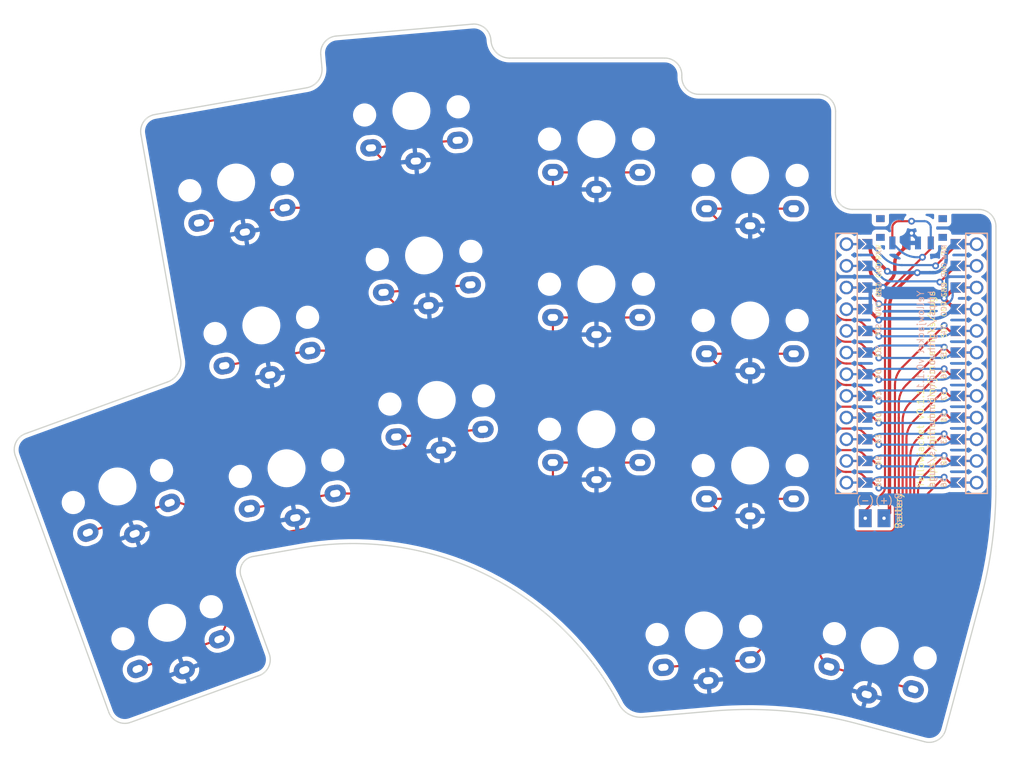
<source format=kicad_pcb>
(kicad_pcb (version 20210925) (generator pcbnew)
  (title_block (title "Yellowjacket") (date "2021-10-28") (rev "0.1.1") (company "jmnw"))
  (layers (0 "F.Cu" signal) (31 "B.Cu" signal) (34 "B.Paste" user) (35 "F.Paste" user) (36 "B.SilkS" user "B.Silkscreen") (37 "F.SilkS" user "F.Silkscreen") (38 "B.Mask" user) (39 "F.Mask" user) (44 "Edge.Cuts" user))
  (net 0 "")
  (net 1 "unconnected-(PSW1-Pad3)")
  (net 2 "switch1")
  (net 3 "switch2")
  (net 4 "switch3")
  (net 5 "switch4")
  (net 6 "switch5")
  (net 7 "switch6")
  (net 8 "switch7")
  (net 9 "switch8")
  (net 10 "switch9")
  (net 11 "switch10")
  (net 12 "switch11")
  (net 13 "switch12")
  (net 14 "switch13")
  (net 15 "switch14")
  (net 16 "switch15")
  (net 17 "unconnected-(U1-Pad22)")
  (net 18 "unconnected-(U1-Pad2)")
  (net 19 "unconnected-(U1-Pad1)")
  (net 20 "GND")
  (net 21 "VCC")
  (net 22 "Net-(BT1-Pad2)")
  (net 23 "raw")
  (net 24 "switch16")
  (footprint "bugs:Choc_reversible" (layer "F.Cu") (at 69.140757 53.617908 10)
    (fp_text reference "SW1" hide)
    (fp_text value "SW_PUSH" hide)
  )
  (footprint "bugs:Choc_reversible" (layer "F.Cu") (at 89.665856 45.226904 5)
    (fp_text reference "SW2" hide)
    (fp_text value "SW_PUSH" hide)
  )
  (footprint "bugs:Choc_reversible" (layer "F.Cu") (at 111.336195 48.530934)
    (fp_text reference "SW3" hide)
    (fp_text value "SW_PUSH" hide)
  )
  (footprint "bugs:Choc_reversible" (layer "F.Cu") (at 129.336202 52.780934)
    (fp_text reference "SW4" hide)
    (fp_text value "SW_PUSH" hide)
  )
  (footprint "bugs:Choc_reversible" (layer "F.Cu") (at 72.092776 70.359647 10)
    (fp_text reference "SW6" hide)
    (fp_text value "SW_PUSH" hide)
  )
  (footprint "bugs:Choc_reversible" (layer "F.Cu") (at 91.147505 62.162212 5)
    (fp_text reference "SW7" hide)
    (fp_text value "SW_PUSH" hide)
  )
  (footprint "bugs:Choc_reversible" (layer "F.Cu") (at 111.336208 65.530931)
    (fp_text reference "SW8" hide)
    (fp_text value "SW_PUSH" hide)
  )
  (footprint "bugs:Choc_reversible" (layer "F.Cu") (at 129.336199 69.780935)
    (fp_text reference "SW9" hide)
    (fp_text value "SW_PUSH" hide)
  )
  (footprint "bugs:Choc_reversible" (layer "F.Cu") (at 75.044799 87.101379 10)
    (fp_text reference "SW11" hide)
    (fp_text value "SW_PUSH" hide)
  )
  (footprint "bugs:Choc_reversible" (layer "F.Cu") (at 92.629142 79.097534 5)
    (fp_text reference "SW12" hide)
    (fp_text value "SW_PUSH" hide)
  )
  (footprint "bugs:Choc_reversible" (layer "F.Cu") (at 111.336204 82.530931)
    (fp_text reference "SW13" hide)
    (fp_text value "SW_PUSH" hide)
  )
  (footprint "bugs:Choc_reversible" (layer "F.Cu") (at 123.914429 106.102066 5)
    (fp_text reference "SW15" hide)
    (fp_text value "SW_PUSH" hide)
  )
  (footprint "bugs:Choc_reversible" (layer "F.Cu") (at 144.514159 107.904465 -15)
    (fp_text reference "SW16" hide)
    (fp_text value "SW_PUSH" hide)
  )
  (footprint "bugs:ProMicro_jumpers" (layer "F.Cu") (at 148.226199 74.810934)
    (fp_text reference "U1" hide)
    (fp_text value "ProMicro")
  )
  (footprint "bugs:Choc_reversible" (layer "F.Cu") (at 61.054614 105.207873 20)
    (fp_text reference "SW10" hide)
    (fp_text value "SW_PUSH" hide)
  )
  (footprint "bugs:Choc_reversible" (layer "F.Cu") (at 55.24027 89.233106 20)
    (fp_text reference "SW5" hide)
    (fp_text value "SW_PUSH" hide)
  )
  (footprint "bugs:Battery_pads_reversible" (layer "F.Cu") (at 143.911364 92.955777 180)
    (fp_text reference "BT1" hide)
    (fp_text value "Battery_Cell")
  )
  (footprint "bugs:Choc_reversible" (layer "F.Cu") (at 129.336204 86.780937)
    (fp_text reference "SW14" hide)
    (fp_text value "SW_PUSH" hide)
  )
  (footprint "bugs:Power_reversible" (layer "F.Cu") (at 148.23468 58.947747 180)
    (fp_text reference "PSW1" hide)
    (fp_text value "SW_SPDT")
  )
  (footprint "kbd:thread_m2" (layer "B.Cu") (at 71.371456 83.4963 -170)
    (fp_text reference "Ref**" hide)
    (fp_text value "Val**" hide)
  )
  (footprint "kbd:thread_m2" (layer "B.Cu") (at 68.417693 66.744712 -170)
    (fp_text reference "Ref**" hide)
    (fp_text value "Val**" hide)
  )
  (footprint "kbd:thread_m2" (layer "B.Cu") (at 126.344678 56.84275 180)
    (fp_text reference "Ref**" hide)
    (fp_text value "Val**" hide)
  )
  (gr_line (start 44.473102 83.04236) (end 61.10271 76.989758) (layer "Edge.Cuts") (width 0.15))
  (gr_line (start 71.085652 97.445928) (end 76.694628 96.456913) (layer "Edge.Cuts") (width 0.15))
  (gr_arc (start 81.04199 38.442534) (end 80.867682 36.450134) (angle -90) (layer "Edge.Cuts") (width 0.15))
  (gr_arc (start 108.194786 89.237753) (end 156.633187 101.31653) (angle -14.00185829) (layer "Edge.Cuts") (width 0.15))
  (gr_arc (start 156.116609 58.770532) (end 158.116608 58.770533) (angle -90) (layer "Edge.Cuts") (width 0.15))
  (gr_line (start 121.336222 41.031378) (end 121.336612 41.280525) (layer "Edge.Cuts") (width 0.15))
  (gr_line (start 142.05562 117.080324) (end 149.783018 119.150874) (layer "Edge.Cuts") (width 0.15))
  (gr_line (start 98.973495 36.873723) (end 98.987966 37.039096) (layer "Edge.Cuts") (width 0.15))
  (gr_arc (start 71.393437 99.191447) (end 71.085652 97.445928) (angle -100.0004913) (layer "Edge.Cuts") (width 0.15))
  (gr_arc (start 59.959623 47.620672) (end 59.612325 45.651059) (angle -90) (layer "Edge.Cuts") (width 0.15))
  (gr_arc (start 77.015989 40.366033) (end 77.394996 42.515487) (angle -84.99985992) (layer "Edge.Cuts") (width 0.15))
  (gr_line (start 141.310734 56.770523) (end 156.116608 56.770532) (layer "Edge.Cuts") (width 0.15))
  (gr_line (start 73.01713 108.835491) (end 69.727886 99.797674) (layer "Edge.Cuts") (width 0.15))
  (gr_arc (start 129.211703 164.348897) (end 124.742885 115.570686) (angle 20.43604538) (layer "Edge.Cuts") (width 0.15))
  (gr_arc (start 45.157133 84.921758) (end 44.473102 83.04236) (angle -90) (layer "Edge.Cuts") (width 0.15))
  (gr_line (start 123.336621 43.280528) (end 137.336399 43.280748) (layer "Edge.Cuts") (width 0.15))
  (gr_arc (start 150.300657 117.219022) (end 149.783018 119.150874) (angle -90) (layer "Edge.Cuts") (width 0.15))
  (gr_line (start 152.232511 117.736659) (end 156.633187 101.31653) (layer "Edge.Cuts") (width 0.15))
  (gr_arc (start 137.336395 45.280746) (end 139.336399 45.280745) (angle -90) (layer "Edge.Cuts") (width 0.15))
  (gr_line (start 71.821798 111.39893) (end 56.786439 116.871352) (layer "Edge.Cuts") (width 0.15))
  (gr_line (start 158.116608 58.770533) (end 158.116478 89.237807) (layer "Edge.Cuts") (width 0.15))
  (gr_arc (start 123.336613 41.28053) (end 121.336612 41.280525) (angle -90) (layer "Edge.Cuts") (width 0.15))
  (gr_line (start 101.162274 39.031481) (end 119.336227 39.031377) (layer "Edge.Cuts") (width 0.15))
  (gr_arc (start 116.521681 113.392548) (end 113.9 114.6) (angle -70.27275288) (layer "Edge.Cuts") (width 0.15))
  (gr_arc (start 71.137745 109.519542) (end 73.01713 108.835491) (angle 90) (layer "Edge.Cuts") (width 0.15))
  (gr_arc (start 101.162269 36.848865) (end 98.987966 37.039096) (angle -85.00013873) (layer "Edge.Cuts") (width 0.15))
  (gr_line (start 62.634798 74.336105) (end 57.990004 47.967966) (layer "Edge.Cuts") (width 0.15))
  (gr_arc (start 60.287504 74.749999) (end 61.10271 76.989758) (angle -79.99998711) (layer "Edge.Cuts") (width 0.15))
  (gr_arc (start 96.981102 37.048034) (end 98.973495 36.873723) (angle -90) (layer "Edge.Cuts") (width 0.15))
  (gr_line (start 43.27775 85.605795) (end 54.223001 115.67602) (layer "Edge.Cuts") (width 0.15))
  (gr_line (start 116.773337 116.26793) (end 124.742885 115.570686) (layer "Edge.Cuts") (width 0.15))
  (gr_arc (start 82.809479 131.136804) (end 113.9 114.6) (angle -71.99160254) (layer "Edge.Cuts") (width 0.15))
  (gr_line (start 79.049606 38.616839) (end 79.1903 40.175807) (layer "Edge.Cuts") (width 0.15))
  (gr_line (start 80.867682 36.450134) (end 96.806798 35.055648) (layer "Edge.Cuts") (width 0.15))
  (gr_arc (start 56.102386 114.991967) (end 56.786439 116.871352) (angle 90) (layer "Edge.Cuts") (width 0.15))
  (gr_line (start 59.612325 45.651059) (end 77.394996 42.515487) (layer "Edge.Cuts") (width 0.15))
  (gr_arc (start 119.336225 41.031377) (end 121.336222 41.031378) (angle -90) (layer "Edge.Cuts") (width 0.15))
  (gr_line (start 139.336399 45.280745) (end 139.310739 54.770533) (layer "Edge.Cuts") (width 0.15))
  (gr_arc (start 141.310739 54.770531) (end 139.310739 54.770533) (angle -90) (layer "Edge.Cuts") (width 0.15))
  (gr_text "Yellowjacket v0.1.1\nhttps://github.com/jimmerricks/bugs" (at 149.94 66.220003 90) (layer "B.SilkS") (effects (font (size 0.8 0.8) (thickness 0.1)) (justify left mirror)))
  (gr_text "Yellowjacket v0.1.1\nhttps://github.com/jimmerricks/bugs" (at 149.94 89.44 90) (layer "F.SilkS") (effects (font (size 0.8 0.8) (thickness 0.1)) (justify left)))
  (segment (start 145.984682 58.890986) (end 145.984681 60.697748) (width 0.25) (layer "F.Cu") (net 1))
  (segment (start 148.234681 58.147745) (end 146.727923 58.147746) (width 0.25) (layer "F.Cu") (net 1))
  (segment (start 146.261235 58.341055) (end 146.177993 58.424293) (width 0.25) (layer "F.Cu") (net 1))
  (via (at 148.234681 58.147745) (size 0.8) (drill 0.4) (layers "F.Cu" "B.Cu") (net 1))
  (arc (start 146.261235 58.341055) (mid 146.475353 58.197985) (end 146.727923 58.147746) (width 0.25) (layer "F.Cu") (net 1))
  (arc (start 146.177993 58.424293) (mid 146.034922 58.638414) (end 145.984682 58.890986) (width 0.25) (layer "F.Cu") (net 1))
  (segment (start 150.220968 58.341057) (end 150.291374 58.411464) (width 0.25) (layer "B.Cu") (net 1))
  (segment (start 150.484681 58.87815) (end 150.484686 60.697745) (width 0.25) (layer "B.Cu") (net 1))
  (segment (start 148.234681 58.147745) (end 149.754276 58.147743) (width 0.25) (layer "B.Cu") (net 1))
  (arc (start 150.291374 58.411464) (mid 150.434442 58.625582) (end 150.484681 58.87815) (width 0.25) (layer "B.Cu") (net 1))
  (arc (start 150.220968 58.341057) (mid 150.006848 58.197985) (end 149.754276 58.147743) (width 0.25) (layer "B.Cu") (net 1))
  (segment (start 136.641364 73.374459) (end 136.641365 68.904253) (width 0.25) (layer "F.Cu") (net 2))
  (segment (start 143.765205 78.620932) (end 143.400202 78.620935) (width 0.25) (layer "F.Cu") (net 2))
  (segment (start 101.992843 56.573054) (end 74.840504 56.573053) (width 0.25) (layer "F.Cu") (net 2))
  (segment (start 139.552027 76.906441) (end 137.080705 74.43512) (width 0.25) (layer "F.Cu") (net 2))
  (segment (start 141.503725 77.34578) (end 140.612687 77.345779) (width 0.25) (layer "F.Cu") (net 2))
  (segment (start 144.400202 79.255933) (end 143.765205 78.620932) (width 0.25) (layer "F.Cu") (net 2))
  (segment (start 136.202025 67.843593) (end 131.818307 63.459877) (width 0.25) (layer "F.Cu") (net 2))
  (segment (start 108.364945 61.702516) (end 104.114164 57.451734) (width 0.25) (layer "F.Cu") (net 2))
  (segment (start 129.696987 62.581198) (end 110.486266 62.581196) (width 0.25) (layer "F.Cu") (net 2))
  (segment (start 143.400202 78.620935) (end 142.564383 77.785118) (width 0.25) (layer "F.Cu") (net 2))
  (segment (start 64.795471 58.344265) (end 74.840509 56.573052) (width 0.25) (layer "F.Cu") (net 2))
  (via (at 144.400202 79.255933) (size 0.8) (drill 0.4) (layers "F.Cu" "B.Cu") (net 2))
  (arc (start 136.641365 68.904253) (mid 136.527183 68.330228) (end 136.202025 67.843593) (width 0.25) (layer "F.Cu") (net 2))
  (arc (start 139.552027 76.906441) (mid 140.038661 77.231598) (end 140.612687 77.345779) (width 0.25) (layer "F.Cu") (net 2))
  (arc (start 137.080705 74.43512) (mid 136.755545 73.948485) (end 136.641364 73.374459) (width 0.25) (layer "F.Cu") (net 2))
  (arc (start 101.992843 56.573054) (mid 103.140894 56.801416) (end 104.114164 57.451734) (width 0.25) (layer "F.Cu") (net 2))
  (arc (start 141.503725 77.34578) (mid 142.077749 77.45996) (end 142.564383 77.785118) (width 0.25) (layer "F.Cu") (net 2))
  (arc (start 108.364945 61.702516) (mid 109.338215 62.352835) (end 110.486266 62.581196) (width 0.25) (layer "F.Cu") (net 2))
  (arc (start 129.696987 62.581198) (mid 130.845037 62.809559) (end 131.818307 63.459877) (width 0.25) (layer "F.Cu") (net 2))
  (segment (start 144.400202 79.255933) (end 151.795877 79.255934) (width 0.25) (layer "B.Cu") (net 2))
  (segment (start 152.856543 78.816588) (end 153.052199 78.62093) (width 0.25) (layer "B.Cu") (net 2))
  (arc (start 151.795877 79.255934) (mid 152.369905 79.141752) (end 152.856543 78.816588) (width 0.25) (layer "B.Cu") (net 2))
  (segment (start 108.551145 61.252998) (end 104.300362 57.002214) (width 0.25) (layer "F.Cu") (net 3))
  (segment (start 90.613462 55.244854) (end 84.92517 49.556559) (width 0.25) (layer "F.Cu") (net 3))
  (segment (start 129.883187 62.131678) (end 110.672466 62.131678) (width 0.25) (layer "F.Cu") (net 3))
  (segment (start 143.4002 76.080934) (end 142.584384 75.265119) (width 0.25) (layer "F.Cu") (net 3))
  (segment (start 143.400201 76.08093) (end 143.765203 76.080933) (width 0.25) (layer "F.Cu") (net 3))
  (segment (start 137.090886 71.283979) (end 137.090886 68.718055) (width 0.25) (layer "F.Cu") (net 3))
  (segment (start 102.179041 56.123534) (end 92.734783 56.123534) (width 0.25) (layer "F.Cu") (net 3))
  (segment (start 143.765203 76.080933) (end 144.4002 76.715932) (width 0.25) (layer "F.Cu") (net 3))
  (segment (start 136.651546 67.657395) (end 132.004507 63.010357) (width 0.25) (layer "F.Cu") (net 3))
  (segment (start 84.925173 49.556559) (end 95.086359 48.667568) (width 0.25) (layer "F.Cu") (net 3))
  (segment (start 141.523724 74.82578) (end 140.632685 74.82578) (width 0.25) (layer "F.Cu") (net 3))
  (segment (start 139.572024 74.38644) (end 137.530225 72.344639) (width 0.25) (layer "F.Cu") (net 3))
  (via (at 144.4002 76.715932) (size 0.8) (drill 0.4) (layers "F.Cu" "B.Cu") (net 3))
  (arc (start 136.651546 67.657395) (mid 136.976705 68.14403) (end 137.090886 68.718055) (width 0.25) (layer "F.Cu") (net 3))
  (arc (start 90.613462 55.244854) (mid 91.586732 55.895173) (end 92.734783 56.123534) (width 0.25) (layer "F.Cu") (net 3))
  (arc (start 137.090886 71.283979) (mid 137.205067 71.858004) (end 137.530225 72.344639) (width 0.25) (layer "F.Cu") (net 3))
  (arc (start 142.584384 75.265119) (mid 142.097749 74.93996) (end 141.523724 74.82578) (width 0.25) (layer "F.Cu") (net 3))
  (arc (start 104.300362 57.002214) (mid 103.327093 56.351895) (end 102.179041 56.123534) (width 0.25) (layer "F.Cu") (net 3))
  (arc (start 129.883187 62.131678) (mid 131.031237 62.360039) (end 132.004507 63.010357) (width 0.25) (layer "F.Cu") (net 3))
  (arc (start 110.672466 62.131678) (mid 109.524415 61.903316) (end 108.551145 61.252998) (width 0.25) (layer "F.Cu") (net 3))
  (arc (start 140.632685 74.82578) (mid 140.058659 74.711599) (end 139.572024 74.38644) (width 0.25) (layer "F.Cu") (net 3))
  (segment (start 144.4002 76.715932) (end 151.795878 76.715934) (width 0.25) (layer "B.Cu") (net 3))
  (segment (start 152.856538 76.276595) (end 153.052199 76.080934) (width 0.25) (layer "B.Cu") (net 3))
  (arc (start 151.795878 76.715934) (mid 152.369903 76.601754) (end 152.856538 76.276595) (width 0.25) (layer "B.Cu") (net 3))
  (segment (start 143.765202 73.540933) (end 144.4002 74.175933) (width 0.25) (layer "F.Cu") (net 4))
  (segment (start 106.236196 52.430931) (end 116.436194 52.430927) (width 0.25) (layer "F.Cu") (net 4))
  (segment (start 137.540406 69.233496) (end 137.540407 68.531858) (width 0.25) (layer "F.Cu") (net 4))
  (segment (start 139.522025 71.836439) (end 137.979745 70.294157) (width 0.25) (layer "F.Cu") (net 4))
  (segment (start 106.236193 52.43093) (end 106.236194 57.05969) (width 0.25) (layer "F.Cu") (net 4))
  (segment (start 110.858664 61.682155) (end 110.858662 61.682157) (width 0.25) (layer "F.Cu") (net 4))
  (segment (start 130.069386 61.682155) (end 110.858664 61.682155) (width 0.25) (layer "F.Cu") (net 4))
  (segment (start 143.400199 73.540934) (end 142.574381 72.715116) (width 0.25) (layer "F.Cu") (net 4))
  (segment (start 137.101066 67.471197) (end 132.190707 62.560835) (width 0.25) (layer "F.Cu") (net 4))
  (segment (start 107.114874 59.18101) (end 108.737342 60.803478) (width 0.25) (layer "F.Cu") (net 4))
  (segment (start 141.513719 72.275777) (end 140.582688 72.275778) (width 0.25) (layer "F.Cu") (net 4))
  (segment (start 143.400201 73.540936) (end 143.765202 73.540933) (width 0.25) (layer "F.Cu") (net 4))
  (via (at 144.4002 74.175933) (size 0.8) (drill 0.4) (layers "F.Cu" "B.Cu") (net 4))
  (arc (start 137.540407 68.531858) (mid 137.426227 67.957833) (end 137.101066 67.471197) (width 0.25) (layer "F.Cu") (net 4))
  (arc (start 130.069386 61.682155) (mid 131.217437 61.910517) (end 132.190707 62.560835) (width 0.25) (layer "F.Cu") (net 4))
  (arc (start 107.114874 59.18101) (mid 106.464556 58.20774) (end 106.236194 57.05969) (width 0.25) (layer "F.Cu") (net 4))
  (arc (start 139.522025 71.836439) (mid 140.008661 72.161598) (end 140.582688 72.275778) (width 0.25) (layer "F.Cu") (net 4))
  (arc (start 137.540406 69.233496) (mid 137.654586 69.807521) (end 137.979745 70.294157) (width 0.25) (layer "F.Cu") (net 4))
  (arc (start 142.574381 72.715116) (mid 142.087745 72.389957) (end 141.513719 72.275777) (width 0.25) (layer "F.Cu") (net 4))
  (arc (start 108.737342 60.803478) (mid 109.710612 61.453796) (end 110.858662 61.682157) (width 0.25) (layer "F.Cu") (net 4))
  (segment (start 144.4002 74.175933) (end 151.795881 74.175932) (width 0.25) (layer "B.Cu") (net 4))
  (segment (start 152.856536 73.736597) (end 153.0522 73.540935) (width 0.25) (layer "B.Cu") (net 4))
  (arc (start 151.795881 74.175932) (mid 152.369903 74.061753) (end 152.856536 73.736597) (width 0.25) (layer "B.Cu") (net 4))
  (segment (start 139.552027 69.286439) (end 132.376905 62.111316) (width 0.25) (layer "F.Cu") (net 5))
  (segment (start 130.255585 61.232637) (end 130.030545 61.232637) (width 0.25) (layer "F.Cu") (net 5))
  (segment (start 143.400199 71.000934) (end 142.564383 70.165117) (width 0.25) (layer "F.Cu") (net 5))
  (segment (start 141.503721 69.725777) (end 140.612689 69.725778) (width 0.25) (layer "F.Cu") (net 5))
  (segment (start 124.236199 56.680931) (end 134.436202 56.680935) (width 0.25) (layer "F.Cu") (net 5))
  (segment (start 143.765196 71.000936) (end 144.4002 71.635934) (width 0.25) (layer "F.Cu") (net 5))
  (segment (start 143.400198 71.000935) (end 143.765196 71.000936) (width 0.25) (layer "F.Cu") (net 5))
  (segment (start 127.909225 60.353957) (end 124.236202 56.680934) (width 0.25) (layer "F.Cu") (net 5))
  (via (at 144.4002 71.635934) (size 0.8) (drill 0.4) (layers "F.Cu" "B.Cu") (net 5))
  (arc (start 140.612689 69.725778) (mid 140.038662 69.611597) (end 139.552027 69.286439) (width 0.25) (layer "F.Cu") (net 5))
  (arc (start 142.564383 70.165117) (mid 142.077747 69.839958) (end 141.503721 69.725777) (width 0.25) (layer "F.Cu") (net 5))
  (arc (start 130.255585 61.232637) (mid 131.403635 61.460998) (end 132.376905 62.111316) (width 0.25) (layer "F.Cu") (net 5))
  (arc (start 130.030545 61.232637) (mid 128.882494 61.004275) (end 127.909225 60.353957) (width 0.25) (layer "F.Cu") (net 5))
  (segment (start 152.856542 71.196591) (end 153.0522 71.000932) (width 0.25) (layer "B.Cu") (net 5))
  (segment (start 144.4002 71.635934) (end 151.795878 71.635935) (width 0.25) (layer "B.Cu") (net 5))
  (arc (start 152.856542 71.196591) (mid 152.369906 71.521753) (end 151.795878 71.635935) (width 0.25) (layer "B.Cu") (net 5))
  (segment (start 83.127271 91.384723) (end 83.127269 91.384725) (width 0.25) (layer "F.Cu") (net 6))
  (segment (start 145.965 96.306442) (end 109.533981 96.306442) (width 0.25) (layer "F.Cu") (net 6))
  (segment (start 101.248301 90.506046) (end 85.248592 90.506043) (width 0.25) (layer "F.Cu") (net 6))
  (segment (start 153.0522 81.160935) (end 152.6872 81.160935) (width 0.25) (layer "F.Cu") (net 6))
  (segment (start 68.266959 94.88241) (end 63.642732 91.644492) (width 0.25) (layer "F.Cu") (net 6))
  (segment (start 61.401059 91.147526) (end 61.366579 91.153605) (width 0.25) (layer "F.Cu") (net 6))
  (segment (start 148.089446 85.779446) (end 148.089445 94.181996) (width 0.25) (layer "F.Cu") (net 6))
  (segment (start 51.781713 94.642213) (end 61.366579 91.153606) (width 0.25) (layer "F.Cu") (net 6))
  (segment (start 152.6872 81.160935) (end 152.052198 80.525931) (width 0.25) (layer "F.Cu") (net 6))
  (segment (start 152.052198 80.525931) (end 148.968125 83.610004) (width 0.25) (layer "F.Cu") (net 6))
  (segment (start 147.603244 95.355792) (end 147.138799 95.820238) (width 0.25) (layer "F.Cu") (net 6))
  (segment (start 101.248301 90.506046) (end 101.248298 90.506046) (width 0.25) (layer "F.Cu") (net 6))
  (segment (start 148.089446 85.731324) (end 148.089446 85.779446) (width 0.25) (layer "F.Cu") (net 6))
  (segment (start 103.36962 91.384726) (end 103.369619 91.384726) (width 0.25) (layer "F.Cu") (net 6))
  (segment (start 80.047266 93.697459) (end 70.508633 95.379379) (width 0.25) (layer "F.Cu") (net 6))
  (segment (start 83.127269 91.384725) (end 81.647644 92.864353) (width 0.25) (layer "F.Cu") (net 6))
  (segment (start 107.412662 95.427764) (end 103.369619 91.384726) (width 0.25) (layer "F.Cu") (net 6))
  (segment (start 101.248298 90.506046) (end 101.248301 90.506046) (width 0.25) (layer "F.Cu") (net 6))
  (via (at 152.052198 80.525931) (size 0.8) (drill 0.4) (layers "F.Cu" "B.Cu") (net 6))
  (arc (start 147.138799 95.820238) (mid 146.600256 96.180082) (end 145.965 96.306442) (width 0.25) (layer "F.Cu") (net 6))
  (arc (start 107.412662 95.427764) (mid 108.385932 96.078081) (end 109.533981 96.306442) (width 0.25) (layer "F.Cu") (net 6))
  (arc (start 103.36962 91.384726) (mid 102.39635 90.734407) (end 101.248298 90.506046) (width 0.25) (layer "F.Cu") (net 6))
  (arc (start 148.089446 85.731324) (mid 148.317807 84.583274) (end 148.968125 83.610004) (width 0.25) (layer "F.Cu") (net 6))
  (arc (start 63.642732 91.644492) (mid 62.571322 91.173061) (end 61.401059 91.147526) (width 0.25) (layer "F.Cu") (net 6))
  (arc (start 83.127271 91.384723) (mid 84.100541 90.734405) (end 85.248592 90.506043) (width 0.25) (layer "F.Cu") (net 6))
  (arc (start 147.603244 95.355792) (mid 147.963086 94.81725) (end 148.089445 94.181996) (width 0.25) (layer "F.Cu") (net 6))
  (arc (start 81.647644 92.864353) (mid 80.911568 93.404066) (end 80.047266 93.697459) (width 0.25) (layer "F.Cu") (net 6))
  (arc (start 70.508633 95.379379) (mid 69.338369 95.353841) (end 68.266959 94.88241) (width 0.25) (layer "F.Cu") (net 6))
  (segment (start 143.595859 80.965276) (end 143.400201 81.160935) (width 0.25) (layer "B.Cu") (net 6))
  (segment (start 152.052198 80.525931) (end 144.656519 80.525935) (width 0.25) (layer "B.Cu") (net 6))
  (arc (start 143.595859 80.965276) (mid 144.082494 80.640116) (end 144.656519 80.525935) (width 0.25) (layer "B.Cu") (net 6))
  (segment (start 103.645904 74.193472) (end 108.184947 78.732515) (width 0.25) (layer "F.Cu") (net 7))
  (segment (start 110.306267 79.611194) (end 130.784143 79.611196) (width 0.25) (layer "F.Cu") (net 7))
  (segment (start 67.747486 75.086003) (end 77.792523 73.314794) (width 0.25) (layer "F.Cu") (net 7))
  (segment (start 142.584384 87.965119) (end 143.400199 88.780937) (width 0.25) (layer "F.Cu") (net 7))
  (segment (start 77.792523 73.314792) (end 101.524583 73.314792) (width 0.25) (layer "F.Cu") (net 7))
  (segment (start 140.562687 87.525778) (end 141.523721 87.525777) (width 0.25) (layer "F.Cu") (net 7))
  (segment (start 143.400196 88.780933) (end 143.765201 88.780933) (width 0.25) (layer "F.Cu") (net 7))
  (segment (start 132.905464 80.489876) (end 139.502026 87.086438) (width 0.25) (layer "F.Cu") (net 7))
  (segment (start 143.765201 88.780933) (end 144.400197 89.415935) (width 0.25) (layer "F.Cu") (net 7))
  (via (at 144.400197 89.415935) (size 0.8) (drill 0.4) (layers "F.Cu" "B.Cu") (net 7))
  (arc (start 141.523721 87.525777) (mid 142.097748 87.639958) (end 142.584384 87.965119) (width 0.25) (layer "F.Cu") (net 7))
  (arc (start 103.645904 74.193472) (mid 102.672634 73.543153) (end 101.524583 73.314792) (width 0.25) (layer "F.Cu") (net 7))
  (arc (start 108.184947 78.732515) (mid 109.158217 79.382833) (end 110.306267 79.611194) (width 0.25) (layer "F.Cu") (net 7))
  (arc (start 140.562687 87.525778) (mid 139.988661 87.411596) (end 139.502026 87.086438) (width 0.25) (layer "F.Cu") (net 7))
  (arc (start 132.905464 80.489876) (mid 131.932194 79.839557) (end 130.784143 79.611196) (width 0.25) (layer "F.Cu") (net 7))
  (segment (start 144.400197 89.415935) (end 151.795879 89.415935) (width 0.25) (layer "B.Cu") (net 7))
  (segment (start 152.856538 88.976597) (end 153.052198 88.780937) (width 0.25) (layer "B.Cu") (net 7))
  (arc (start 152.856538 88.976597) (mid 152.369903 89.301755) (end 151.795879 89.415935) (width 0.25) (layer "B.Cu") (net 7))
  (segment (start 96.568006 65.602877) (end 96.568004 65.844142) (width 0.25) (layer "F.Cu") (net 8))
  (segment (start 110.49247 79.16168) (end 110.492463 79.161674) (width 0.25) (layer "F.Cu") (net 8))
  (segment (start 86.406817 66.491867) (end 96.567999 65.60288) (width 0.25) (layer "F.Cu") (net 8))
  (segment (start 108.371146 78.282995) (end 103.832094 73.74395) (width 0.25) (layer "F.Cu") (net 8))
  (segment (start 141.51372 84.975777) (end 138.648405 84.975779) (width 0.25) (layer "F.Cu") (net 8))
  (segment (start 91.901545 71.986592) (end 86.406819 66.491866) (width 0.25) (layer "F.Cu") (net 8))
  (segment (start 130.970343 79.16168) (end 110.49247 79.16168) (width 0.25) (layer "F.Cu") (net 8))
  (segment (start 101.710775 72.865272) (end 94.022865 72.865272) (width 0.25) (layer "F.Cu") (net 8))
  (segment (start 137.587744 84.536439) (end 133.091663 80.040359) (width 0.25) (layer "F.Cu") (net 8))
  (segment (start 143.765202 86.240933) (end 144.400199 86.875931) (width 0.25) (layer "F.Cu") (net 8))
  (segment (start 142.574382 85.415117) (end 143.400199 86.240934) (width 0.25) (layer "F.Cu") (net 8))
  (segment (start 143.400202 86.240933) (end 143.765202 86.240933) (width 0.25) (layer "F.Cu") (net 8))
  (via (at 144.400199 86.875931) (size 0.8) (drill 0.4) (layers "F.Cu" "B.Cu") (net 8))
  (arc (start 94.022865 72.865272) (mid 92.874815 72.63691) (end 91.901545 71.986592) (width 0.25) (layer "F.Cu") (net 8))
  (arc (start 110.492463 79.161674) (mid 109.344416 78.933312) (end 108.371146 78.282995) (width 0.25) (layer "F.Cu") (net 8))
  (arc (start 103.832094 73.74395) (mid 102.858824 73.093633) (end 101.710775 72.865272) (width 0.25) (layer "F.Cu") (net 8))
  (arc (start 142.574382 85.415117) (mid 142.087747 85.089957) (end 141.51372 84.975777) (width 0.25) (layer "F.Cu") (net 8))
  (arc (start 133.091663 80.040359) (mid 132.118393 79.390041) (end 130.970343 79.16168) (width 0.25) (layer "F.Cu") (net 8))
  (arc (start 138.648405 84.975779) (mid 138.074379 84.861598) (end 137.587744 84.536439) (width 0.25) (layer "F.Cu") (net 8))
  (segment (start 144.400199 86.875931) (end 151.795877 86.875937) (width 0.25) (layer "B.Cu") (net 8))
  (segment (start 152.856544 86.436591) (end 153.052201 86.240932) (width 0.25) (layer "B.Cu") (net 8))
  (arc (start 151.795877 86.875937) (mid 152.369907 86.761755) (end 152.856544 86.436591) (width 0.25) (layer "B.Cu") (net 8))
  (segment (start 107.114888 76.391025) (end 108.557338 77.833475) (width 0.25) (layer "F.Cu") (net 9))
  (segment (start 143.7652 83.700934) (end 144.400198 84.335933) (width 0.25) (layer "F.Cu") (net 9))
  (segment (start 143.400201 83.700935) (end 142.584381 82.885115) (width 0.25) (layer "F.Cu") (net 9))
  (segment (start 141.523721 82.445776) (end 136.75412 82.445777) (width 0.25) (layer "F.Cu") (net 9))
  (segment (start 106.236211 69.430928) (end 116.436207 69.430925) (width 0.25) (layer "F.Cu") (net 9))
  (segment (start 106.236208 69.430931) (end 106.236208 74.269704) (width 0.25) (layer "F.Cu") (net 9))
  (segment (start 131.156537 78.712155) (end 110.678659 78.712155) (width 0.25) (layer "F.Cu") (net 9))
  (segment (start 135.693462 82.006437) (end 133.277857 79.590834) (width 0.25) (layer "F.Cu") (net 9))
  (segment (start 143.400201 83.700932) (end 143.7652 83.700934) (width 0.25) (layer "F.Cu") (net 9))
  (via (at 144.400198 84.335933) (size 0.8) (drill 0.4) (layers "F.Cu" "B.Cu") (net 9))
  (arc (start 106.236208 74.269704) (mid 106.46457 75.417755) (end 107.114888 76.391025) (width 0.25) (layer "F.Cu") (net 9))
  (arc (start 133.277857 79.590834) (mid 132.304588 78.940516) (end 131.156537 78.712155) (width 0.25) (layer "F.Cu") (net 9))
  (arc (start 135.693462 82.006437) (mid 136.180096 82.331596) (end 136.75412 82.445777) (width 0.25) (layer "F.Cu") (net 9))
  (arc (start 141.523721 82.445776) (mid 142.097746 82.559957) (end 142.584381 82.885115) (width 0.25) (layer "F.Cu") (net 9))
  (arc (start 108.557338 77.833475) (mid 109.530608 78.483793) (end 110.678659 78.712155) (width 0.25) (layer "F.Cu") (net 9))
  (segment (start 152.85654 83.896596) (end 153.052201 83.700935) (width 0.25) (layer "B.Cu") (net 9))
  (segment (start 144.400198 84.335933) (end 151.795881 84.335934) (width 0.25) (layer "B.Cu") (net 9))
  (arc (start 152.85654 83.896596) (mid 152.369905 84.221754) (end 151.795881 84.335934) (width 0.25) (layer "B.Cu") (net 9))
  (segment (start 133.464057 79.141316) (end 133.769179 79.446438) (width 0.25) (layer "F.Cu") (net 10))
  (segment (start 124.236204 73.680935) (end 127.939223 77.383955) (width 0.25) (layer "F.Cu") (net 10))
  (segment (start 143.400201 81.160935) (end 143.765195 81.160932) (width 0.25) (layer "F.Cu") (net 10))
  (segment (start 124.236203 73.680933) (end 134.436203 73.680933) (width 0.25) (layer "F.Cu") (net 10))
  (segment (start 143.765195 81.160932) (end 144.400202 81.795933) (width 0.25) (layer "F.Cu") (net 10))
  (segment (start 142.564385 80.325119) (end 143.400198 81.160934) (width 0.25) (layer "F.Cu") (net 10))
  (segment (start 134.82984 79.885779) (end 141.503724 79.885778) (width 0.25) (layer "F.Cu") (net 10))
  (segment (start 130.060546 78.262635) (end 131.342733 78.262634) (width 0.25) (layer "F.Cu") (net 10))
  (via (at 144.400202 81.795933) (size 0.8) (drill 0.4) (layers "F.Cu" "B.Cu") (net 10))
  (arc (start 131.342733 78.262634) (mid 132.490786 78.490996) (end 133.464057 79.141316) (width 0.25) (layer "F.Cu") (net 10))
  (arc (start 130.060546 78.262635) (mid 128.912494 78.034274) (end 127.939223 77.383955) (width 0.25) (layer "F.Cu") (net 10))
  (arc (start 142.564385 80.325119) (mid 142.07775 79.999958) (end 141.503724 79.885778) (width 0.25) (layer "F.Cu") (net 10))
  (arc (start 134.82984 79.885779) (mid 134.255814 79.771598) (end 133.769179 79.446438) (width 0.25) (layer "F.Cu") (net 10))
  (segment (start 152.856542 81.356593) (end 153.0522 81.160935) (width 0.25) (layer "B.Cu") (net 10))
  (segment (start 144.400202 81.795933) (end 151.795882 81.795933) (width 0.25) (layer "B.Cu") (net 10))
  (arc (start 152.856542 81.356593) (mid 152.369907 81.681752) (end 151.795882 81.795933) (width 0.25) (layer "B.Cu") (net 10))
  (segment (start 152.052198 83.065936) (end 149.417645 85.700489) (width 0.25) (layer "F.Cu") (net 11))
  (segment (start 67.180924 107.128371) (end 68.628614 104.02379) (width 0.25) (layer "F.Cu") (net 11))
  (segment (start 101.062104 90.955565) (end 92.824434 90.955566) (width 0.25) (layer "F.Cu") (net 11))
  (segment (start 80.264742 94.115698) (end 70.417846 95.851972) (width 0.25) (layer "F.Cu") (net 11))
  (segment (start 148.538966 87.821809) (end 148.538966 94.115916) (width 0.25) (layer "F.Cu") (net 11))
  (segment (start 57.596057 110.61698) (end 67.180926 107.128375) (width 0.25) (layer "F.Cu") (net 11))
  (segment (start 68.481333 97.085666) (end 68.427677 97.162296) (width 0.25) (layer "F.Cu") (net 11))
  (segment (start 153.052201 83.700935) (end 152.687199 83.700932) (width 0.25) (layer "F.Cu") (net 11))
  (segment (start 92.824434 90.955566) (end 85.434786 90.955566) (width 0.25) (layer "F.Cu") (net 11))
  (segment (start 147.856525 95.763475) (end 147.546479 96.073521) (width 0.25) (layer "F.Cu") (net 11))
  (segment (start 68.72877 101.729874) (end 68.36095 100.719301) (width 0.25) (layer "F.Cu") (net 11))
  (segment (start 83.313465 91.834247) (end 81.865118 93.282594) (width 0.25) (layer "F.Cu") (net 11))
  (segment (start 103.183424 91.843424) (end 103.183424 91.834245) (width 0.25) (layer "F.Cu") (net 11))
  (segment (start 145.89892 96.755962) (end 109.338603 96.755962) (width 0.25) (layer "F.Cu") (net 11))
  (segment (start 68.36095 100.719301) (end 68.066055 99.909084) (width 0.25) (layer "F.Cu") (net 11))
  (segment (start 107.217282 95.877282) (end 103.183424 91.843424) (width 0.25) (layer "F.Cu") (net 11))
  (segment (start 152.687199 83.700932) (end 152.052198 83.065936) (width 0.25) (layer "F.Cu") (net 11))
  (via (at 152.052198 83.065936) (size 0.8) (drill 0.4) (layers "F.Cu" "B.Cu") (net 11))
  (arc (start 68.066055 99.909084) (mid 67.910799 98.491445) (end 68.427677 97.162296) (width 0.25) (layer "F.Cu") (net 11))
  (arc (start 80.264742 94.115698) (mid 81.129043 93.822308) (end 81.865118 93.282594) (width 0.25) (layer "F.Cu") (net 11))
  (arc (start 68.628614 104.02379) (mid 68.906836 102.886793) (end 68.72877 101.729874) (width 0.25) (layer "F.Cu") (net 11))
  (arc (start 103.183424 91.834245) (mid 102.210155 91.183927) (end 101.062104 90.955565) (width 0.25) (layer "F.Cu") (net 11))
  (arc (start 145.89892 96.755962) (mid 146.790572 96.578601) (end 147.546479 96.073521) (width 0.25) (layer "F.Cu") (net 11))
  (arc (start 70.417846 95.851972) (mid 69.326891 96.276221) (end 68.481333 97.085666) (width 0.25) (layer "F.Cu") (net 11))
  (arc (start 148.538966 94.115916) (mid 148.361605 95.007568) (end 147.856525 95.763475) (width 0.25) (layer "F.Cu") (net 11))
  (arc (start 109.338603 96.755962) (mid 108.190552 96.527599) (end 107.217282 95.877282) (width 0.25) (layer "F.Cu") (net 11))
  (arc (start 85.434786 90.955566) (mid 84.286735 91.183928) (end 83.313465 91.834247) (width 0.25) (layer "F.Cu") (net 11))
  (arc (start 148.538966 87.821809) (mid 148.767328 86.67376) (end 149.417645 85.700489) (width 0.25) (layer "F.Cu") (net 11))
  (segment (start 152.052198 83.065936) (end 144.656519 83.065933) (width 0.25) (layer "B.Cu") (net 11))
  (segment (start 143.595859 83.505273) (end 143.400201 83.700932) (width 0.25) (layer "B.Cu") (net 11))
  (arc (start 144.656519 83.065933) (mid 144.082495 83.180114) (end 143.595859 83.505273) (width 0.25) (layer "B.Cu") (net 11))
  (segment (start 152.052203 77.985935) (end 148.518604 81.519534) (width 0.25) (layer "F.Cu") (net 12))
  (segment (start 152.687203 78.620935) (end 152.052204 77.985935) (width 0.25) (layer "F.Cu") (net 12))
  (segment (start 70.699505 91.827732) (end 80.744543 90.056525) (width 0.25) (layer "F.Cu") (net 12))
  (segment (start 101.434499 90.056523) (end 80.744546 90.056524) (width 0.25) (layer "F.Cu") (net 12))
  (segment (start 147.639925 83.640855) (end 147.639926 94.132486) (width 0.25) (layer "F.Cu") (net 12))
  (segment (start 107.598857 94.978242) (end 103.555821 90.935203) (width 0.25) (layer "F.Cu") (net 12))
  (segment (start 142.337537 95.856922) (end 109.720177 95.856921) (width 0.25) (layer "F.Cu") (net 12))
  (segment (start 153.052199 78.62093) (end 152.687203 78.620935) (width 0.25) (layer "F.Cu") (net 12))
  (segment (start 145.915493 95.856919) (end 142.337537 95.856922) (width 0.25) (layer "F.Cu") (net 12))
  (segment (start 147.250377 95.072939) (end 146.855944 95.467372) (width 0.25) (layer "F.Cu") (net 12))
  (via (at 152.052204 77.985935) (size 0.8) (drill 0.4) (layers "F.Cu" "B.Cu") (net 12))
  (arc (start 103.555821 90.935203) (mid 102.582549 90.284885) (end 101.434499 90.056523) (width 0.25) (layer "F.Cu") (net 12))
  (arc (start 147.639926 94.132486) (mid 147.538685 94.641456) (end 147.250377 95.072939) (width 0.25) (layer "F.Cu") (net 12))
  (arc (start 109.720177 95.856921) (mid 108.572127 95.628561) (end 107.598857 94.978242) (width 0.25) (layer "F.Cu") (net 12))
  (arc (start 147.639925 83.640855) (mid 147.868285 82.492804) (end 148.518604 81.519534) (width 0.25) (layer "F.Cu") (net 12))
  (arc (start 146.855944 95.467372) (mid 146.424461 95.755679) (end 145.915493 95.856919) (width 0.25) (layer "F.Cu") (net 12))
  (segment (start 152.052204 77.985935) (end 144.65652 77.985935) (width 0.25) (layer "B.Cu") (net 12))
  (segment (start 143.595862 78.425272) (end 143.400199 78.620935) (width 0.25) (layer "B.Cu") (net 12))
  (arc (start 144.65652 77.985935) (mid 144.082497 78.100115) (end 143.595862 78.425272) (width 0.25) (layer "B.Cu") (net 12))
  (segment (start 107.785055 94.528721) (end 103.742016 90.485681) (width 0.25) (layer "F.Cu") (net 13))
  (segment (start 98.049644 82.538197) (end 98.049641 83.460058) (width 0.25) (layer "F.Cu") (net 13))
  (segment (start 147.190404 83.400404) (end 147.190408 94.08298) (width 0.25) (layer "F.Cu") (net 13))
  (segment (start 101.620695 89.607003) (end 95.310918 89.607003) (width 0.25) (layer "F.Cu") (net 13))
  (segment (start 93.189592 88.728327) (end 87.888454 83.427188) (width 0.25) (layer "F.Cu") (net 13))
  (segment (start 152.6872 76.080935) (end 152.052201 75.445934) (width 0.25) (layer "F.Cu") (net 13))
  (segment (start 153.052199 76.080934) (end 152.6872 76.080935) (width 0.25) (layer "F.Cu") (net 13))
  (segment (start 87.888454 83.427188) (end 98.049639 82.538203) (width 0.25) (layer "F.Cu") (net 13))
  (segment (start 95.310918 89.607003) (end 95.310914 89.607007) (width 0.25) (layer "F.Cu") (net 13))
  (segment (start 145.865986 95.4074) (end 109.906375 95.407401) (width 0.25) (layer "F.Cu") (net 13))
  (segment (start 146.897513 94.790089) (end 146.573091 95.114509) (width 0.25) (layer "F.Cu") (net 13))
  (segment (start 147.190404 81.550373) (end 147.190404 83.400404) (width 0.25) (layer "F.Cu") (net 13))
  (segment (start 152.052201 75.445934) (end 148.069083 79.429053) (width 0.25) (layer "F.Cu") (net 13))
  (via (at 152.052201 75.445934) (size 0.8) (drill 0.4) (layers "F.Cu" "B.Cu") (net 13))
  (arc (start 148.069083 79.429053) (mid 147.418765 80.402323) (end 147.190404 81.550373) (width 0.25) (layer "F.Cu") (net 13))
  (arc (start 95.310914 89.607007) (mid 94.162863 89.378646) (end 93.189592 88.728327) (width 0.25) (layer "F.Cu") (net 13))
  (arc (start 109.906375 95.407401) (mid 108.758325 95.179039) (end 107.785055 94.528721) (width 0.25) (layer "F.Cu") (net 13))
  (arc (start 146.573091 95.114509) (mid 146.248668 95.33128) (end 145.865986 95.4074) (width 0.25) (layer "F.Cu") (net 13))
  (arc (start 101.620695 89.607003) (mid 102.768745 89.835364) (end 103.742016 90.485681) (width 0.25) (layer "F.Cu") (net 13))
  (arc (start 147.190408 94.08298) (mid 147.114287 94.465665) (end 146.897513 94.790089) (width 0.25) (layer "F.Cu") (net 13))
  (segment (start 143.595863 75.88527) (end 143.400201 76.08093) (width 0.25) (layer "B.Cu") (net 13))
  (segment (start 152.052201 75.445934) (end 144.656518 75.445935) (width 0.25) (layer "B.Cu") (net 13))
  (arc (start 143.595863 75.88527) (mid 144.082496 75.560115) (end 144.656518 75.445935) (width 0.25) (layer "B.Cu") (net 13))
  (segment (start 106.236204 86.430925) (end 116.436205 86.430931) (width 0.25) (layer "F.Cu") (net 14))
  (segment (start 152.052201 72.905932) (end 147.619563 77.33857) (width 0.25) (layer "F.Cu") (net 14))
  (segment (start 107.114884 93.222833) (end 107.971254 94.079203) (width 0.25) (layer "F.Cu") (net 14))
  (segment (start 110.092575 94.957884) (end 145.820619 94.957882) (width 0.25) (layer "F.Cu") (net 14))
  (segment (start 146.740886 94.037615) (end 146.740884 81.190884) (width 0.25) (layer "F.Cu") (net 14))
  (segment (start 106.236202 86.430931) (end 106.236205 91.101515) (width 0.25) (layer "F.Cu") (net 14))
  (segment (start 152.687195 73.540934) (end 152.052204 72.905932) (width 0.25) (layer "F.Cu") (net 14))
  (segment (start 146.740884 79.45989) (end 146.740884 81.190884) (width 0.25) (layer "F.Cu") (net 14))
  (segment (start 146.287312 94.764571) (end 146.547577 94.504304) (width 0.25) (layer "F.Cu") (net 14))
  (segment (start 153.0522 73.540935) (end 152.687195 73.540934) (width 0.25) (layer "F.Cu") (net 14))
  (segment (start 152.052204 72.905932) (end 152.052201 72.905932) (width 0.25) (layer "F.Cu") (net 14))
  (via (at 152.052204 72.905932) (size 0.8) (drill 0.4) (layers "F.Cu" "B.Cu") (net 14))
  (arc (start 146.547577 94.504304) (mid 146.690646 94.290184) (end 146.740886 94.037615) (width 0.25) (layer "F.Cu") (net 14))
  (arc (start 147.619563 77.33857) (mid 146.969245 78.31184) (end 146.740884 79.45989) (width 0.25) (layer "F.Cu") (net 14))
  (arc (start 107.971254 94.079203) (mid 108.944524 94.729523) (end 110.092575 94.957884) (width 0.25) (layer "F.Cu") (net 14))
  (arc (start 145.820619 94.957882) (mid 146.073192 94.907642) (end 146.287312 94.764571) (width 0.25) (layer "F.Cu") (net 14))
  (arc (start 107.114884 93.222833) (mid 106.464566 92.249564) (end 106.236205 91.101515) (width 0.25) (layer "F.Cu") (net 14))
  (segment (start 143.785381 73.155756) (end 143.400201 73.540936) (width 0.25) (layer "B.Cu") (net 14))
  (segment (start 152.052204 72.905932) (end 151.862682 72.716412) (width 0.25) (layer "B.Cu") (net 14))
  (segment (start 151.862682 72.716412) (end 144.84604 72.716417) (width 0.25) (layer "B.Cu") (net 14))
  (arc (start 143.785381 73.155756) (mid 144.272016 72.830597) (end 144.84604 72.716417) (width 0.25) (layer "B.Cu") (net 14))
  (segment (start 146.291364 93.988111) (end 146.291363 79.428637) (width 0.25) (layer "F.Cu") (net 15))
  (segment (start 146.291363 77.369416) (end 146.291363 79.428637) (width 0.25) (layer "F.Cu") (net 15))
  (segment (start 124.236205 90.680937) (end 127.184954 93.629682) (width 0.25) (layer "F.Cu") (net 15))
  (segment (start 146.00446 94.411707) (end 146.19471 94.221456) (width 0.25) (layer "F.Cu") (net 15))
  (segment (start 153.0522 71.000932) (end 152.687196 71.000933) (width 0.25) (layer "F.Cu") (net 15))
  (segment (start 124.236205 90.680937) (end 134.436206 90.680933) (width 0.25) (layer "F.Cu") (net 15))
  (segment (start 152.687196 71.000933) (end 152.052203 70.365936) (width 0.25) (layer "F.Cu") (net 15))
  (segment (start 129.306273 94.508359) (end 145.771114 94.508363) (width 0.25) (layer "F.Cu") (net 15))
  (segment (start 152.052203 70.365936) (end 147.170042 75.248096) (width 0.25) (layer "F.Cu") (net 15))
  (via (at 152.052203 70.365936) (size 0.8) (drill 0.4) (layers "F.Cu" "B.Cu") (net 15))
  (arc (start 129.306273 94.508359) (mid 128.158223 94.279999) (end 127.184954 93.629682) (width 0.25) (layer "F.Cu") (net 15))
  (arc (start 146.291364 93.988111) (mid 146.266245 94.114396) (end 146.19471 94.221456) (width 0.25) (layer "F.Cu") (net 15))
  (arc (start 147.170042 75.248096) (mid 146.519724 76.221366) (end 146.291363 77.369416) (width 0.25) (layer "F.Cu") (net 15))
  (arc (start 145.771114 94.508363) (mid 145.8974 94.483242) (end 146.00446 94.411707) (width 0.25) (layer "F.Cu") (net 15))
  (segment (start 151.6672 70.750934) (end 152.052203 70.365936) (width 0.25) (layer "B.Cu") (net 15))
  (segment (start 143.400198 71.000935) (end 143.6502 70.750935) (width 0.25) (layer "B.Cu") (net 15))
  (segment (start 143.6502 70.750935) (end 151.6672 70.750934) (width 0.25) (layer "B.Cu") (net 15))
  (segment (start 148.209389 96.046328) (end 147.829331 96.426386) (width 0.25) (layer "F.Cu") (net 16))
  (segment (start 148.988486 89.912289) (end 148.988486 94.165424) (width 0.25) (layer "F.Cu") (net 16))
  (segment (start 153.052201 86.240932) (end 152.6872 86.240934) (width 0.25) (layer "F.Cu") (net 16))
  (segment (start 129.334928 109.542733) (end 119.173741 110.431719) (width 0.25) (layer "F.Cu") (net 16))
  (segment (start 152.6872 86.240934) (end 152.052202 85.605932) (width 0.25) (layer "F.Cu") (net 16))
  (segment (start 140.793498 98.084162) (end 129.334929 109.542731) (width 0.25) (layer "F.Cu") (net 16))
  (segment (start 145.948427 97.205482) (end 142.914819 97.205482) (width 0.25) (layer "F.Cu") (net 16))
  (segment (start 152.052202 85.605932) (end 149.867165 87.790969) (width 0.25) (layer "F.Cu") (net 16))
  (via (at 152.052202 85.605932) (size 0.8) (drill 0.4) (layers "F.Cu" "B.Cu") (net 16))
  (arc (start 148.988486 89.912289) (mid 149.216847 88.764239) (end 149.867165 87.790969) (width 0.25) (layer "F.Cu") (net 16))
  (arc (start 140.793498 98.084162) (mid 141.766768 97.433842) (end 142.914819 97.205482) (width 0.25) (layer "F.Cu") (net 16))
  (arc (start 147.829331 96.426386) (mid 146.966365 97.003002) (end 145.948427 97.205482) (width 0.25) (layer "F.Cu") (net 16))
  (arc (start 148.209389 96.046328) (mid 148.786005 95.183362) (end 148.988486 94.165424) (width 0.25) (layer "F.Cu") (net 16))
  (segment (start 143.595863 86.045272) (end 143.400202 86.240933) (width 0.25) (layer "B.Cu") (net 16))
  (segment (start 152.052202 85.605932) (end 144.656522 85.605934) (width 0.25) (layer "B.Cu") (net 16))
  (arc (start 143.595863 86.045272) (mid 144.082498 85.720114) (end 144.656522 85.605934) (width 0.25) (layer "B.Cu") (net 16))
  (segment (start 143.839538 67.265272) (end 144.400198 67.825935) (width 0.25) (layer "F.Cu") (net 17))
  (segment (start 143.400201 65.920935) (end 143.400201 66.204615) (width 0.25) (layer "F.Cu") (net 17))
  (via (at 144.400198 67.825935) (size 0.8) (drill 0.4) (layers "F.Cu" "B.Cu") (net 17))
  (arc (start 143.839538 67.265272) (mid 143.51438 66.778637) (end 143.400201 66.204615) (width 0.25) (layer "F.Cu") (net 17))
  (segment (start 152.67974 67.622551) (end 152.75931 67.54298) (width 0.25) (layer "B.Cu") (net 17))
  (segment (start 144.489715 67.915444) (end 151.972632 67.915445) (width 0.25) (layer "B.Cu") (net 17))
  (segment (start 153.052202 66.835875) (end 153.052201 65.920934) (width 0.25) (layer "B.Cu") (net 17))
  (segment (start 144.400198 67.825935) (end 144.489715 67.915444) (width 0.25) (layer "B.Cu") (net 17))
  (arc (start 152.67974 67.622551) (mid 152.355316 67.839325) (end 151.972632 67.915445) (width 0.25) (layer "B.Cu") (net 17))
  (arc (start 153.052202 66.835875) (mid 152.976082 67.218557) (end 152.75931 67.54298) (width 0.25) (layer "B.Cu") (net 17))
  (segment (start 153.0522 63.785931) (end 153.052197 63.380936) (width 0.25) (layer "F.Cu") (net 18))
  (segment (start 151.5522 65.285934) (end 153.0522 63.785931) (width 0.25) (layer "F.Cu") (net 18))
  (via (at 151.5522 65.285934) (size 0.8) (drill 0.4) (layers "F.Cu" "B.Cu") (net 18))
  (segment (start 151.46269 65.196423) (end 145.837011 65.196425) (width 0.25) (layer "B.Cu") (net 18))
  (segment (start 151.5522 65.285934) (end 151.46269 65.196423) (width 0.25) (layer "B.Cu") (net 18))
  (segment (start 144.77635 64.757085) (end 143.400202 63.380935) (width 0.25) (layer "B.Cu") (net 18))
  (arc (start 145.837011 65.196425) (mid 145.262986 65.082245) (end 144.77635 64.757085) (width 0.25) (layer "B.Cu") (net 18))
  (segment (start 151.0522 63.380932) (end 153.052202 61.380931) (width 0.25) (layer "F.Cu") (net 19))
  (segment (start 153.052202 61.380931) (end 153.0522 60.840932) (width 0.25) (layer "F.Cu") (net 19))
  (via (at 151.0522 63.380932) (size 0.8) (drill 0.4) (layers "F.Cu" "B.Cu") (net 19))
  (segment (start 151.0522 63.380932) (end 150.962687 63.291424) (width 0.25) (layer "B.Cu") (net 19))
  (segment (start 144.972011 62.412743) (end 143.400202 60.84093) (width 0.25) (layer "B.Cu") (net 19))
  (segment (start 150.962687 63.291424) (end 147.093333 63.291424) (width 0.25) (layer "B.Cu") (net 19))
  (arc (start 144.972011 62.412743) (mid 145.945282 63.063062) (end 147.093333 63.291424) (width 0.25) (layer "B.Cu") (net 19))
  (segment (start 147.484679 60.697745) (end 147.484679 61.065774) (width 0.4) (layer "F.Cu") (net 20))
  (segment (start 145.832027 64.989108) (end 144.900199 65.920935) (width 0.4) (layer "F.Cu") (net 20))
  (segment (start 153.052198 68.460934) (end 153.052199 68.19093) (width 0.4) (layer "F.Cu") (net 20))
  (segment (start 147.388024 61.29912) (end 146.710705 61.976435) (width 0.4) (layer "F.Cu") (net 20))
  (segment (start 153.052199 66.190934) (end 152.0522 67.190931) (width 0.4) (layer "F.Cu") (net 20))
  (segment (start 147.484682 60.697745) (end 147.484682 60.297748) (width 0.4) (layer "F.Cu") (net 20))
  (segment (start 143.400202 63.380935) (end 143.400202 63.799616) (width 0.4) (layer "F.Cu") (net 20))
  (segment (start 153.052201 65.920934) (end 153.052199 66.190934) (width 0.4) (layer "F.Cu") (net 20))
  (segment (start 147.484682 60.297748) (end 148.234685 59.547748) (width 0.4) (layer "F.Cu") (net 20))
  (segment (start 143.83954 64.860273) (end 144.900199 65.920935) (width 0.4) (layer "F.Cu") (net 20))
  (segment (start 153.052199 68.19093) (end 152.0522 67.190931) (width 0.4) (layer "F.Cu") (net 20))
  (segment (start 146.271364 63.0371) (end 146.271366 63.928445) (width 0.4) (layer "F.Cu") (net 20))
  (segment (start 147.484681 60.697747) (end 147.484679 60.697748) (width 0.4) (layer "F.Cu") (net 20))
  (via (at 148.234685 59.547748) (size 0.8) (drill 0.4) (layers "F.Cu" "B.Cu") (net 20))
  (via (at 152.0522 67.190931) (size 0.8) (drill 0.4) (layers "F.Cu" "B.Cu") (net 20))
  (via (at 144.900199 65.920935) (size 0.8) (drill 0.4) (layers "F.Cu" "B.Cu") (net 20))
  (arc (start 147.484679 61.065774) (mid 147.459559 61.19206) (end 147.388024 61.29912) (width 0.4) (layer "F.Cu") (net 20))
  (arc (start 146.271364 63.0371) (mid 146.385545 62.463072) (end 146.710705 61.976435) (width 0.4) (layer "F.Cu") (net 20))
  (arc (start 146.271366 63.928445) (mid 146.157186 64.502473) (end 145.832027 64.989108) (width 0.4) (layer "F.Cu") (net 20))
  (arc (start 143.83954 64.860273) (mid 143.514382 64.37364) (end 143.400202 63.799616) (width 0.4) (layer "F.Cu") (net 20))
  (segment (start 144.900199 65.920935) (end 145.106114 66.12685) (width 0.4) (layer "B.Cu") (net 20))
  (segment (start 148.984682 60.297745) (end 148.234685 59.547748) (width 0.4) (layer "B.Cu") (net 20))
  (segment (start 144.900199 65.920935) (end 143.400201 65.920935) (width 0.4) (layer "B.Cu") (net 20))
  (segment (start 152.351712 64.081419) (end 152.351711 66.891424) (width 0.4) (layer "B.Cu") (net 20))
  (segment (start 135.663149 64.655776) (end 143.635042 64.655781) (width 0.4) (layer "B.Cu") (net 20))
  (segment (start 146.166774 66.56619) (end 150.806138 66.566191) (width 0.4) (layer "B.Cu") (net 20))
  (segment (start 152.351711 66.891424) (end 152.0522 67.190931) (width 0.4) (layer "B.Cu") (net 20))
  (segment (start 151.866795 67.005527) (end 152.0522 67.190931) (width 0.4) (layer "B.Cu") (net 20))
  (segment (start 143.400201 65.920935) (end 143.400203 68.460935) (width 0.4) (layer "B.Cu") (net 20))
  (segment (start 153.052197 63.380936) (end 152.351712 64.081419) (width 0.4) (layer "B.Cu") (net 20))
  (segment (start 148.984684 60.697745) (end 148.984682 60.297745) (width 0.4) (layer "B.Cu") (net 20))
  (segment (start 143.635042 64.655781) (end 144.900199 65.920935) (width 0.4) (layer "B.Cu") (net 20))
  (segment (start 129.688306 58.680933) (end 135.663149 64.655776) (width 0.4) (layer "B.Cu") (net 20))
  (segment (start 129.3362 58.680931) (end 129.688306 58.680933) (width 0.4) (layer "B.Cu") (net 20))
  (arc (start 145.106114 66.12685) (mid 145.592749 66.452009) (end 146.166774 66.56619) (width 0.4) (layer "B.Cu") (net 20))
  (arc (start 151.866795 67.005527) (mid 151.380161 66.68037) (end 150.806138 66.566191) (width 0.4) (layer "B.Cu") (net 20))
  (segment (start 143.400201 68.730932) (end 144.400201 69.730934) (width 0.4) (layer "F.Cu") (net 21))
  (segment (start 143.400203 68.460935) (end 143.400201 68.730932) (width 0.4) (layer "F.Cu") (net 21))
  (via (at 144.400201 69.730934) (size 0.8) (drill 0.4) (layers "F.Cu" "B.Cu") (net 21))
  (segment (start 144.564713 69.566423) (end 150.70407 69.566423) (width 0.4) (layer "B.Cu") (net 21))
  (segment (start 144.400201 69.730934) (end 144.564713 69.566423) (width 0.4) (layer "B.Cu") (net 21))
  (segment (start 152.825388 68.687746) (end 153.052201 68.460933) (width 0.4) (layer "B.Cu") (net 21))
  (arc (start 152.825388 68.687746) (mid 151.852118 69.338062) (end 150.70407 69.566423) (width 0.4) (layer "B.Cu") (net 21))
  (segment (start 142.811366 92.065778) (end 142.811367 92.955775) (width 0.25) (layer "F.Cu") (net 22))
  (segment (start 149.506368 62.37078) (end 146.003393 65.873751) (width 0.25) (layer "F.Cu") (net 22))
  (segment (start 144.831817 90.045323) (end 142.811366 92.065778) (width 0.25) (layer "F.Cu") (net 22))
  (segment (start 145.124712 67.995072) (end 145.124709 89.338217) (width 0.25) (layer "F.Cu") (net 22))
  (segment (start 150.484679 60.697744) (end 150.48468 61.392465) (width 0.25) (layer "F.Cu") (net 22))
  (segment (start 150.48468 61.392465) (end 149.506368 62.37078) (width 0.25) (layer "F.Cu") (net 22))
  (via (at 149.506368 62.37078) (size 0.8) (drill 0.4) (layers "F.Cu" "B.Cu") (net 22))
  (via (at 142.811367 92.955775) (size 0.8) (drill 0.4) (layers "F.Cu" "B.Cu") (net 22))
  (arc (start 146.003393 65.873751) (mid 145.353075 66.847022) (end 145.124712 67.995072) (width 0.25) (layer "F.Cu") (net 22))
  (arc (start 144.831817 90.045323) (mid 145.04859 89.7209) (end 145.124709 89.338217) (width 0.25) (layer "F.Cu") (net 22))
  (segment (start 145.984678 60.697745) (end 146.779037 61.492101) (width 0.25) (layer "B.Cu") (net 22))
  (segment (start 148.900347 62.370778) (end 149.506368 62.37078) (width 0.25) (layer "B.Cu") (net 22))
  (arc (start 146.779037 61.492101) (mid 147.752303 62.142415) (end 148.900347 62.370778) (width 0.25) (layer "B.Cu") (net 22))
  (segment (start 146.527911 66.091017) (end 148.34183 64.2771) (width 0.4) (layer "F.Cu") (net 23))
  (segment (start 145.011367 92.95578) (end 145.649232 92.317911) (width 0.4) (layer "F.Cu") (net 23))
  (segment (start 143.400202 61.394613) (end 143.400202 60.84093) (width 0.4) (layer "F.Cu") (net 23))
  (segment (start 145.400198 64.015934) (end 143.839541 62.455275) (width 0.4) (layer "F.Cu") (net 23))
  (segment (start 145.649232 92.317911) (end 145.64923 68.212339) (width 0.4) (layer "F.Cu") (net 23))
  (segment (start 148.575174 64.180445) (end 148.906034 64.180443) (width 0.4) (layer "F.Cu") (net 23))
  (via (at 145.400198 64.015934) (size 0.8) (drill 0.4) (layers "F.Cu" "B.Cu") (net 23))
  (via (at 148.906034 64.180443) (size 0.8) (drill 0.4) (layers "F.Cu" "B.Cu") (net 23))
  (via (at 145.011364 92.955779) (size 0.8) (drill 0.4) (layers "F.Cu" "B.Cu") (net 23))
  (arc (start 146.527911 66.091017) (mid 145.877592 67.064288) (end 145.64923 68.212339) (width 0.4) (layer "F.Cu") (net 23))
  (arc (start 143.400202 61.394613) (mid 143.514381 61.968637) (end 143.839541 62.455275) (width 0.4) (layer "F.Cu") (net 23))
  (arc (start 148.34183 64.2771) (mid 148.448889 64.205565) (end 148.575174 64.180445) (width 0.4) (layer "F.Cu") (net 23))
  (segment (start 151.827765 63.741104) (end 151.84676 63.722109) (width 0.4) (layer "B.Cu") (net 23))
  (segment (start 148.906034 64.180443) (end 145.56471 64.180444) (width 0.4) (layer "B.Cu") (net 23))
  (segment (start 150.371846 64.180445) (end 148.906034 64.180443) (width 0.4) (layer "B.Cu") (net 23))
  (segment (start 145.56471 64.180444) (end 145.400198 64.015934) (width 0.4) (layer "B.Cu") (net 23))
  (segment (start 150.371846 64.180445) (end 150.767104 64.180445) (width 0.4) (layer "B.Cu") (net 23))
  (segment (start 152.725438 61.167696) (end 153.0522 60.840932) (width 0.4) (layer "B.Cu") (net 23))
  (segment (start 152.286099 62.661452) (end 152.286099 62.228354) (width 0.4) (layer "B.Cu") (net 23))
  (arc (start 152.286099 62.661452) (mid 152.171918 63.235475) (end 151.84676 63.722109) (width 0.4) (layer "B.Cu") (net 23))
  (arc (start 152.725438 61.167696) (mid 152.40028 61.654329) (end 152.286099 62.228354) (width 0.4) (layer "B.Cu") (net 23))
  (arc (start 150.767104 64.180445) (mid 151.34113 64.066264) (end 151.827765 63.741104) (width 0.4) (layer "B.Cu") (net 23))
  (segment (start 140.979696 98.533682) (end 138.178679 101.334699) (width 0.25) (layer "F.Cu") (net 24))
  (segment (start 152.052203 88.145933) (end 150.316685 89.881451) (width 0.25) (layer "F.Cu") (net 24))
  (segment (start 138.17868 109.951736) (end 138.578543 110.351599) (width 0.25) (layer "F.Cu") (net 24))
  (segment (start 152.687201 88.780934) (end 152.052203 88.145933) (width 0.25) (layer "F.Cu") (net 24))
  (segment (start 143.106015 97.660001) (end 143.101018 97.655003) (width 0.25) (layer "F.Cu") (net 24))
  (segment (start 137.3 103.456019) (end 137.3 107.830415) (width 0.25) (layer "F.Cu") (net 24))
  (segment (start 153.052198 88.780937) (end 152.687201 88.780934) (width 0.25) (layer "F.Cu") (net 24))
  (segment (start 138.578539 110.351601) (end 138.225656 109.998715) (width 0.25) (layer "F.Cu") (net 24))
  (segment (start 148.559326 96.33211) (end 148.110115 96.781321) (width 0.25) (layer "F.Cu") (net 24))
  (segment (start 148.430983 112.991553) (end 138.578539 110.351601) (width 0.25) (layer "F.Cu") (net 24))
  (segment (start 145.988795 97.66) (end 143.106015 97.660001) (width 0.25) (layer "F.Cu") (net 24))
  (segment (start 149.438006 92.002771) (end 149.438006 94.210789) (width 0.25) (layer "F.Cu") (net 24))
  (via (at 152.052203 88.145933) (size 0.8) (drill 0.4) (layers "F.Cu" "B.Cu") (net 24))
  (arc (start 145.988795 97.66) (mid 147.136845 97.431639) (end 148.110115 96.781321) (width 0.25) (layer "F.Cu") (net 24))
  (arc (start 138.178679 101.334699) (mid 137.528361 102.307969) (end 137.3 103.456019) (width 0.25) (layer "F.Cu") (net 24))
  (arc (start 149.438006 94.210789) (mid 149.209644 95.35884) (end 148.559326 96.33211) (width 0.25) (layer "F.Cu") (net 24))
  (arc (start 137.3 107.830415) (mid 137.528362 108.978466) (end 138.17868 109.951736) (width 0.25) (layer "F.Cu") (net 24))
  (arc (start 140.979696 98.533682) (mid 141.952966 97.883363) (end 143.101018 97.655003) (width 0.25) (layer "F.Cu") (net 24))
  (arc (start 150.316685 89.881451) (mid 149.666367 90.854721) (end 149.438006 92.002771) (width 0.25) (layer "F.Cu") (net 24))
  (segment (start 143.595864 88.585267) (end 143.400196 88.780933) (width 0.25) (layer "B.Cu") (net 24))
  (segment (start 152.052203 88.145933) (end 144.656517 88.145935) (width 0.25) (layer "B.Cu") (net 24))
  (arc (start 143.595864 88.585267) (mid 144.082497 88.260113) (end 144.656517 88.145935) (width 0.25) (layer "B.Cu") (net 24))
  (zone (net 20) (net_name "GND") (layer "B.Cu") (connect_pads (clearance 0.508)) (min_thickness 0.254) (fill yes (thermal_gap 0.508) (thermal_bridge_width 0.508) (island_removal_mode 1) (island_area_min 0))
    (polygon (pts (xy 161.41875 122.33875) (xy 41.48875 122.33875) (xy 41.488747 32.228749) (xy 161.418747 32.22875)))
  )
)
</source>
